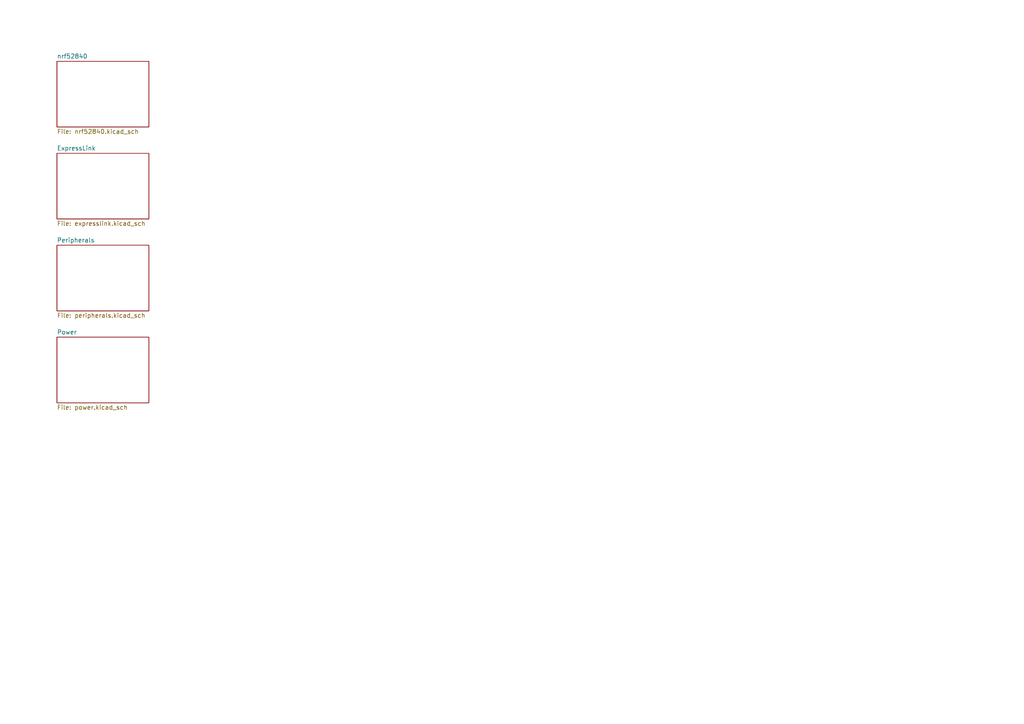
<source format=kicad_sch>
(kicad_sch (version 20230121) (generator eeschema)
  (paper "A4")
  (title_block (title "AWS IoT - Connected Product - Demo Badge 2023") (date "2023-08-22") (rev "1") (company "Amazon Web Services") (comment 1 "Thomas Kriechbaumer (thomkrie@amazon.com)") (comment 4 "https://github.com/aws-samples/aws-iot-connected-product-demo-badge"))
  (lib_symbols)
  (sheet (at 16.51 71.12) (size 26.67 19.05) (stroke (width 0.1524))
    (property "Sheetname" "Peripherals" (at 16.51 70.4084 0) (effects (justify left bottom)))
    (property "Sheetfile" "peripherals.kicad_sch" (at 16.51 90.7546 0) (effects (justify left top)))
  )
  (sheet (at 16.51 44.45) (size 26.67 19.05) (stroke (width 0.1524))
    (property "Sheetname" "ExpressLink" (at 16.51 43.7384 0) (effects (justify left bottom)))
    (property "Sheetfile" "expresslink.kicad_sch" (at 16.51 64.0846 0) (effects (justify left top)))
  )
  (sheet (at 16.51 17.78) (size 26.67 19.05) (stroke (width 0.1524))
    (property "Sheetname" "nrf52840" (at 16.51 17.0684 0) (effects (justify left bottom)))
    (property "Sheetfile" "nrf52840.kicad_sch" (at 16.51 37.4146 0) (effects (justify left top)))
  )
  (sheet (at 16.51 97.79) (size 26.67 19.05) (stroke (width 0.1524))
    (property "Sheetname" "Power" (at 16.51 97.0784 0) (effects (justify left bottom)))
    (property "Sheetfile" "power.kicad_sch" (at 16.51 117.4246 0) (effects (justify left top)))
  )
)
</source>
